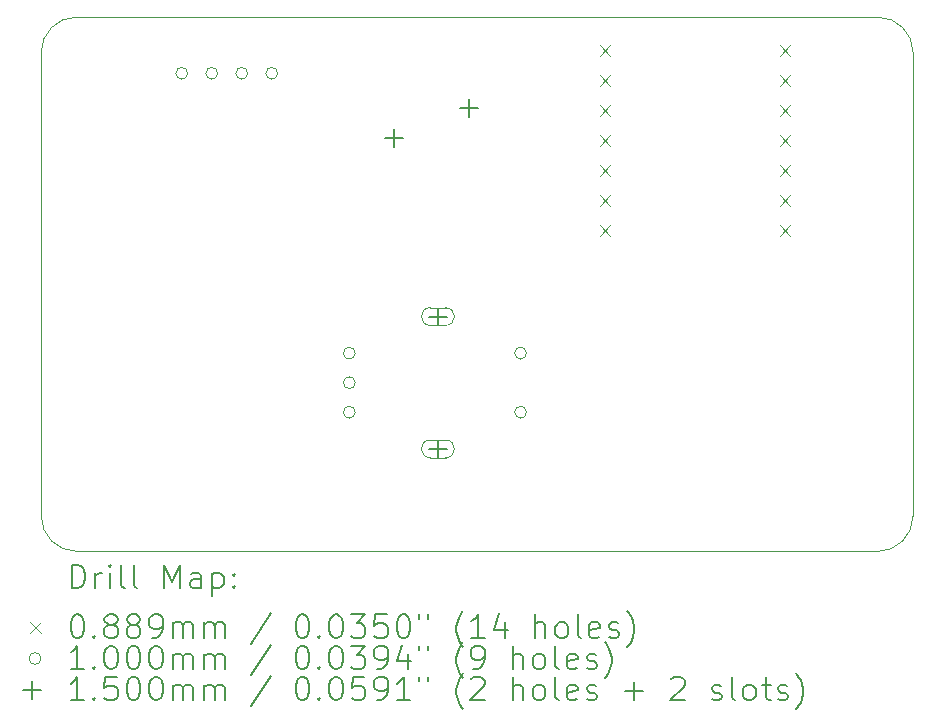
<source format=gbr>
%TF.GenerationSoftware,KiCad,Pcbnew,9.0.2*%
%TF.CreationDate,2025-07-02T04:02:19-04:00*%
%TF.ProjectId,PassPad_KiCAD,50617373-5061-4645-9f4b-694341442e6b,rev?*%
%TF.SameCoordinates,Original*%
%TF.FileFunction,Drillmap*%
%TF.FilePolarity,Positive*%
%FSLAX45Y45*%
G04 Gerber Fmt 4.5, Leading zero omitted, Abs format (unit mm)*
G04 Created by KiCad (PCBNEW 9.0.2) date 2025-07-02 04:02:19*
%MOMM*%
%LPD*%
G01*
G04 APERTURE LIST*
%ADD10C,0.050000*%
%ADD11C,0.200000*%
%ADD12C,0.100000*%
%ADD13C,0.150000*%
G04 APERTURE END LIST*
D10*
X9525000Y-7205625D02*
G75*
G02*
X9825000Y-6905620I300010J-5D01*
G01*
X9825000Y-11430000D02*
G75*
G02*
X9525000Y-11130000I0J300000D01*
G01*
X16906875Y-7205625D02*
X16906875Y-11130000D01*
X16606875Y-11430000D02*
X9825000Y-11430000D01*
X16606875Y-6905625D02*
G75*
G02*
X16906875Y-7205625I-5J-300005D01*
G01*
X9825000Y-6905625D02*
X16606875Y-6905625D01*
X9525000Y-11130000D02*
X9525000Y-7205625D01*
X16906875Y-11130000D02*
G75*
G02*
X16606875Y-11430005I-300005J0D01*
G01*
D11*
D12*
X14252459Y-7144985D02*
X14341359Y-7233885D01*
X14341359Y-7144985D02*
X14252459Y-7233885D01*
X14252459Y-7398985D02*
X14341359Y-7487885D01*
X14341359Y-7398985D02*
X14252459Y-7487885D01*
X14252459Y-7652985D02*
X14341359Y-7741885D01*
X14341359Y-7652985D02*
X14252459Y-7741885D01*
X14252459Y-7906985D02*
X14341359Y-7995885D01*
X14341359Y-7906985D02*
X14252459Y-7995885D01*
X14252459Y-8160985D02*
X14341359Y-8249885D01*
X14341359Y-8160985D02*
X14252459Y-8249885D01*
X14252459Y-8414985D02*
X14341359Y-8503885D01*
X14341359Y-8414985D02*
X14252459Y-8503885D01*
X14252459Y-8668985D02*
X14341359Y-8757885D01*
X14341359Y-8668985D02*
X14252459Y-8757885D01*
X15776459Y-7144985D02*
X15865359Y-7233885D01*
X15865359Y-7144985D02*
X15776459Y-7233885D01*
X15776459Y-7398985D02*
X15865359Y-7487885D01*
X15865359Y-7398985D02*
X15776459Y-7487885D01*
X15776459Y-7652985D02*
X15865359Y-7741885D01*
X15865359Y-7652985D02*
X15776459Y-7741885D01*
X15776459Y-7906985D02*
X15865359Y-7995885D01*
X15865359Y-7906985D02*
X15776459Y-7995885D01*
X15776459Y-8160985D02*
X15865359Y-8249885D01*
X15865359Y-8160985D02*
X15776459Y-8249885D01*
X15776459Y-8414985D02*
X15865359Y-8503885D01*
X15865359Y-8414985D02*
X15776459Y-8503885D01*
X15776459Y-8668985D02*
X15865359Y-8757885D01*
X15865359Y-8668985D02*
X15776459Y-8757885D01*
X10765625Y-7381875D02*
G75*
G02*
X10665625Y-7381875I-50000J0D01*
G01*
X10665625Y-7381875D02*
G75*
G02*
X10765625Y-7381875I50000J0D01*
G01*
X11019625Y-7381875D02*
G75*
G02*
X10919625Y-7381875I-50000J0D01*
G01*
X10919625Y-7381875D02*
G75*
G02*
X11019625Y-7381875I50000J0D01*
G01*
X11273625Y-7381875D02*
G75*
G02*
X11173625Y-7381875I-50000J0D01*
G01*
X11173625Y-7381875D02*
G75*
G02*
X11273625Y-7381875I50000J0D01*
G01*
X11527625Y-7381875D02*
G75*
G02*
X11427625Y-7381875I-50000J0D01*
G01*
X11427625Y-7381875D02*
G75*
G02*
X11527625Y-7381875I50000J0D01*
G01*
X12183750Y-9751250D02*
G75*
G02*
X12083750Y-9751250I-50000J0D01*
G01*
X12083750Y-9751250D02*
G75*
G02*
X12183750Y-9751250I50000J0D01*
G01*
X12183750Y-10001250D02*
G75*
G02*
X12083750Y-10001250I-50000J0D01*
G01*
X12083750Y-10001250D02*
G75*
G02*
X12183750Y-10001250I50000J0D01*
G01*
X12183750Y-10251250D02*
G75*
G02*
X12083750Y-10251250I-50000J0D01*
G01*
X12083750Y-10251250D02*
G75*
G02*
X12183750Y-10251250I50000J0D01*
G01*
X13633750Y-9751250D02*
G75*
G02*
X13533750Y-9751250I-50000J0D01*
G01*
X13533750Y-9751250D02*
G75*
G02*
X13633750Y-9751250I50000J0D01*
G01*
X13633750Y-10251250D02*
G75*
G02*
X13533750Y-10251250I-50000J0D01*
G01*
X13533750Y-10251250D02*
G75*
G02*
X13633750Y-10251250I50000J0D01*
G01*
D13*
X12509345Y-7853103D02*
X12509345Y-8003103D01*
X12434345Y-7928103D02*
X12584345Y-7928103D01*
X12883750Y-9366250D02*
X12883750Y-9516250D01*
X12808750Y-9441250D02*
X12958750Y-9441250D01*
D12*
X12818750Y-9516250D02*
X12948750Y-9516250D01*
X12948750Y-9366250D02*
G75*
G02*
X12948750Y-9516250I0J-75000D01*
G01*
X12948750Y-9366250D02*
X12818750Y-9366250D01*
X12818750Y-9366250D02*
G75*
G03*
X12818750Y-9516250I0J-75000D01*
G01*
D13*
X12883750Y-10486250D02*
X12883750Y-10636250D01*
X12808750Y-10561250D02*
X12958750Y-10561250D01*
D12*
X12818750Y-10636250D02*
X12948750Y-10636250D01*
X12948750Y-10486250D02*
G75*
G02*
X12948750Y-10636250I0J-75000D01*
G01*
X12948750Y-10486250D02*
X12818750Y-10486250D01*
X12818750Y-10486250D02*
G75*
G03*
X12818750Y-10636250I0J-75000D01*
G01*
D13*
X13144345Y-7599103D02*
X13144345Y-7749103D01*
X13069345Y-7674103D02*
X13219345Y-7674103D01*
D11*
X9783277Y-11743984D02*
X9783277Y-11543984D01*
X9783277Y-11543984D02*
X9830896Y-11543984D01*
X9830896Y-11543984D02*
X9859467Y-11553508D01*
X9859467Y-11553508D02*
X9878515Y-11572555D01*
X9878515Y-11572555D02*
X9888039Y-11591603D01*
X9888039Y-11591603D02*
X9897563Y-11629698D01*
X9897563Y-11629698D02*
X9897563Y-11658269D01*
X9897563Y-11658269D02*
X9888039Y-11696365D01*
X9888039Y-11696365D02*
X9878515Y-11715412D01*
X9878515Y-11715412D02*
X9859467Y-11734460D01*
X9859467Y-11734460D02*
X9830896Y-11743984D01*
X9830896Y-11743984D02*
X9783277Y-11743984D01*
X9983277Y-11743984D02*
X9983277Y-11610650D01*
X9983277Y-11648746D02*
X9992801Y-11629698D01*
X9992801Y-11629698D02*
X10002324Y-11620174D01*
X10002324Y-11620174D02*
X10021372Y-11610650D01*
X10021372Y-11610650D02*
X10040420Y-11610650D01*
X10107086Y-11743984D02*
X10107086Y-11610650D01*
X10107086Y-11543984D02*
X10097563Y-11553508D01*
X10097563Y-11553508D02*
X10107086Y-11563031D01*
X10107086Y-11563031D02*
X10116610Y-11553508D01*
X10116610Y-11553508D02*
X10107086Y-11543984D01*
X10107086Y-11543984D02*
X10107086Y-11563031D01*
X10230896Y-11743984D02*
X10211848Y-11734460D01*
X10211848Y-11734460D02*
X10202324Y-11715412D01*
X10202324Y-11715412D02*
X10202324Y-11543984D01*
X10335658Y-11743984D02*
X10316610Y-11734460D01*
X10316610Y-11734460D02*
X10307086Y-11715412D01*
X10307086Y-11715412D02*
X10307086Y-11543984D01*
X10564229Y-11743984D02*
X10564229Y-11543984D01*
X10564229Y-11543984D02*
X10630896Y-11686841D01*
X10630896Y-11686841D02*
X10697563Y-11543984D01*
X10697563Y-11543984D02*
X10697563Y-11743984D01*
X10878515Y-11743984D02*
X10878515Y-11639222D01*
X10878515Y-11639222D02*
X10868991Y-11620174D01*
X10868991Y-11620174D02*
X10849944Y-11610650D01*
X10849944Y-11610650D02*
X10811848Y-11610650D01*
X10811848Y-11610650D02*
X10792801Y-11620174D01*
X10878515Y-11734460D02*
X10859467Y-11743984D01*
X10859467Y-11743984D02*
X10811848Y-11743984D01*
X10811848Y-11743984D02*
X10792801Y-11734460D01*
X10792801Y-11734460D02*
X10783277Y-11715412D01*
X10783277Y-11715412D02*
X10783277Y-11696365D01*
X10783277Y-11696365D02*
X10792801Y-11677317D01*
X10792801Y-11677317D02*
X10811848Y-11667793D01*
X10811848Y-11667793D02*
X10859467Y-11667793D01*
X10859467Y-11667793D02*
X10878515Y-11658269D01*
X10973753Y-11610650D02*
X10973753Y-11810650D01*
X10973753Y-11620174D02*
X10992801Y-11610650D01*
X10992801Y-11610650D02*
X11030896Y-11610650D01*
X11030896Y-11610650D02*
X11049944Y-11620174D01*
X11049944Y-11620174D02*
X11059467Y-11629698D01*
X11059467Y-11629698D02*
X11068991Y-11648746D01*
X11068991Y-11648746D02*
X11068991Y-11705888D01*
X11068991Y-11705888D02*
X11059467Y-11724936D01*
X11059467Y-11724936D02*
X11049944Y-11734460D01*
X11049944Y-11734460D02*
X11030896Y-11743984D01*
X11030896Y-11743984D02*
X10992801Y-11743984D01*
X10992801Y-11743984D02*
X10973753Y-11734460D01*
X11154705Y-11724936D02*
X11164229Y-11734460D01*
X11164229Y-11734460D02*
X11154705Y-11743984D01*
X11154705Y-11743984D02*
X11145182Y-11734460D01*
X11145182Y-11734460D02*
X11154705Y-11724936D01*
X11154705Y-11724936D02*
X11154705Y-11743984D01*
X11154705Y-11620174D02*
X11164229Y-11629698D01*
X11164229Y-11629698D02*
X11154705Y-11639222D01*
X11154705Y-11639222D02*
X11145182Y-11629698D01*
X11145182Y-11629698D02*
X11154705Y-11620174D01*
X11154705Y-11620174D02*
X11154705Y-11639222D01*
D12*
X9433600Y-12028050D02*
X9522500Y-12116950D01*
X9522500Y-12028050D02*
X9433600Y-12116950D01*
D11*
X9821372Y-11963984D02*
X9840420Y-11963984D01*
X9840420Y-11963984D02*
X9859467Y-11973508D01*
X9859467Y-11973508D02*
X9868991Y-11983031D01*
X9868991Y-11983031D02*
X9878515Y-12002079D01*
X9878515Y-12002079D02*
X9888039Y-12040174D01*
X9888039Y-12040174D02*
X9888039Y-12087793D01*
X9888039Y-12087793D02*
X9878515Y-12125888D01*
X9878515Y-12125888D02*
X9868991Y-12144936D01*
X9868991Y-12144936D02*
X9859467Y-12154460D01*
X9859467Y-12154460D02*
X9840420Y-12163984D01*
X9840420Y-12163984D02*
X9821372Y-12163984D01*
X9821372Y-12163984D02*
X9802324Y-12154460D01*
X9802324Y-12154460D02*
X9792801Y-12144936D01*
X9792801Y-12144936D02*
X9783277Y-12125888D01*
X9783277Y-12125888D02*
X9773753Y-12087793D01*
X9773753Y-12087793D02*
X9773753Y-12040174D01*
X9773753Y-12040174D02*
X9783277Y-12002079D01*
X9783277Y-12002079D02*
X9792801Y-11983031D01*
X9792801Y-11983031D02*
X9802324Y-11973508D01*
X9802324Y-11973508D02*
X9821372Y-11963984D01*
X9973753Y-12144936D02*
X9983277Y-12154460D01*
X9983277Y-12154460D02*
X9973753Y-12163984D01*
X9973753Y-12163984D02*
X9964229Y-12154460D01*
X9964229Y-12154460D02*
X9973753Y-12144936D01*
X9973753Y-12144936D02*
X9973753Y-12163984D01*
X10097563Y-12049698D02*
X10078515Y-12040174D01*
X10078515Y-12040174D02*
X10068991Y-12030650D01*
X10068991Y-12030650D02*
X10059467Y-12011603D01*
X10059467Y-12011603D02*
X10059467Y-12002079D01*
X10059467Y-12002079D02*
X10068991Y-11983031D01*
X10068991Y-11983031D02*
X10078515Y-11973508D01*
X10078515Y-11973508D02*
X10097563Y-11963984D01*
X10097563Y-11963984D02*
X10135658Y-11963984D01*
X10135658Y-11963984D02*
X10154705Y-11973508D01*
X10154705Y-11973508D02*
X10164229Y-11983031D01*
X10164229Y-11983031D02*
X10173753Y-12002079D01*
X10173753Y-12002079D02*
X10173753Y-12011603D01*
X10173753Y-12011603D02*
X10164229Y-12030650D01*
X10164229Y-12030650D02*
X10154705Y-12040174D01*
X10154705Y-12040174D02*
X10135658Y-12049698D01*
X10135658Y-12049698D02*
X10097563Y-12049698D01*
X10097563Y-12049698D02*
X10078515Y-12059222D01*
X10078515Y-12059222D02*
X10068991Y-12068746D01*
X10068991Y-12068746D02*
X10059467Y-12087793D01*
X10059467Y-12087793D02*
X10059467Y-12125888D01*
X10059467Y-12125888D02*
X10068991Y-12144936D01*
X10068991Y-12144936D02*
X10078515Y-12154460D01*
X10078515Y-12154460D02*
X10097563Y-12163984D01*
X10097563Y-12163984D02*
X10135658Y-12163984D01*
X10135658Y-12163984D02*
X10154705Y-12154460D01*
X10154705Y-12154460D02*
X10164229Y-12144936D01*
X10164229Y-12144936D02*
X10173753Y-12125888D01*
X10173753Y-12125888D02*
X10173753Y-12087793D01*
X10173753Y-12087793D02*
X10164229Y-12068746D01*
X10164229Y-12068746D02*
X10154705Y-12059222D01*
X10154705Y-12059222D02*
X10135658Y-12049698D01*
X10288039Y-12049698D02*
X10268991Y-12040174D01*
X10268991Y-12040174D02*
X10259467Y-12030650D01*
X10259467Y-12030650D02*
X10249944Y-12011603D01*
X10249944Y-12011603D02*
X10249944Y-12002079D01*
X10249944Y-12002079D02*
X10259467Y-11983031D01*
X10259467Y-11983031D02*
X10268991Y-11973508D01*
X10268991Y-11973508D02*
X10288039Y-11963984D01*
X10288039Y-11963984D02*
X10326134Y-11963984D01*
X10326134Y-11963984D02*
X10345182Y-11973508D01*
X10345182Y-11973508D02*
X10354705Y-11983031D01*
X10354705Y-11983031D02*
X10364229Y-12002079D01*
X10364229Y-12002079D02*
X10364229Y-12011603D01*
X10364229Y-12011603D02*
X10354705Y-12030650D01*
X10354705Y-12030650D02*
X10345182Y-12040174D01*
X10345182Y-12040174D02*
X10326134Y-12049698D01*
X10326134Y-12049698D02*
X10288039Y-12049698D01*
X10288039Y-12049698D02*
X10268991Y-12059222D01*
X10268991Y-12059222D02*
X10259467Y-12068746D01*
X10259467Y-12068746D02*
X10249944Y-12087793D01*
X10249944Y-12087793D02*
X10249944Y-12125888D01*
X10249944Y-12125888D02*
X10259467Y-12144936D01*
X10259467Y-12144936D02*
X10268991Y-12154460D01*
X10268991Y-12154460D02*
X10288039Y-12163984D01*
X10288039Y-12163984D02*
X10326134Y-12163984D01*
X10326134Y-12163984D02*
X10345182Y-12154460D01*
X10345182Y-12154460D02*
X10354705Y-12144936D01*
X10354705Y-12144936D02*
X10364229Y-12125888D01*
X10364229Y-12125888D02*
X10364229Y-12087793D01*
X10364229Y-12087793D02*
X10354705Y-12068746D01*
X10354705Y-12068746D02*
X10345182Y-12059222D01*
X10345182Y-12059222D02*
X10326134Y-12049698D01*
X10459467Y-12163984D02*
X10497563Y-12163984D01*
X10497563Y-12163984D02*
X10516610Y-12154460D01*
X10516610Y-12154460D02*
X10526134Y-12144936D01*
X10526134Y-12144936D02*
X10545182Y-12116365D01*
X10545182Y-12116365D02*
X10554705Y-12078269D01*
X10554705Y-12078269D02*
X10554705Y-12002079D01*
X10554705Y-12002079D02*
X10545182Y-11983031D01*
X10545182Y-11983031D02*
X10535658Y-11973508D01*
X10535658Y-11973508D02*
X10516610Y-11963984D01*
X10516610Y-11963984D02*
X10478515Y-11963984D01*
X10478515Y-11963984D02*
X10459467Y-11973508D01*
X10459467Y-11973508D02*
X10449944Y-11983031D01*
X10449944Y-11983031D02*
X10440420Y-12002079D01*
X10440420Y-12002079D02*
X10440420Y-12049698D01*
X10440420Y-12049698D02*
X10449944Y-12068746D01*
X10449944Y-12068746D02*
X10459467Y-12078269D01*
X10459467Y-12078269D02*
X10478515Y-12087793D01*
X10478515Y-12087793D02*
X10516610Y-12087793D01*
X10516610Y-12087793D02*
X10535658Y-12078269D01*
X10535658Y-12078269D02*
X10545182Y-12068746D01*
X10545182Y-12068746D02*
X10554705Y-12049698D01*
X10640420Y-12163984D02*
X10640420Y-12030650D01*
X10640420Y-12049698D02*
X10649944Y-12040174D01*
X10649944Y-12040174D02*
X10668991Y-12030650D01*
X10668991Y-12030650D02*
X10697563Y-12030650D01*
X10697563Y-12030650D02*
X10716610Y-12040174D01*
X10716610Y-12040174D02*
X10726134Y-12059222D01*
X10726134Y-12059222D02*
X10726134Y-12163984D01*
X10726134Y-12059222D02*
X10735658Y-12040174D01*
X10735658Y-12040174D02*
X10754705Y-12030650D01*
X10754705Y-12030650D02*
X10783277Y-12030650D01*
X10783277Y-12030650D02*
X10802325Y-12040174D01*
X10802325Y-12040174D02*
X10811848Y-12059222D01*
X10811848Y-12059222D02*
X10811848Y-12163984D01*
X10907086Y-12163984D02*
X10907086Y-12030650D01*
X10907086Y-12049698D02*
X10916610Y-12040174D01*
X10916610Y-12040174D02*
X10935658Y-12030650D01*
X10935658Y-12030650D02*
X10964229Y-12030650D01*
X10964229Y-12030650D02*
X10983277Y-12040174D01*
X10983277Y-12040174D02*
X10992801Y-12059222D01*
X10992801Y-12059222D02*
X10992801Y-12163984D01*
X10992801Y-12059222D02*
X11002325Y-12040174D01*
X11002325Y-12040174D02*
X11021372Y-12030650D01*
X11021372Y-12030650D02*
X11049944Y-12030650D01*
X11049944Y-12030650D02*
X11068991Y-12040174D01*
X11068991Y-12040174D02*
X11078515Y-12059222D01*
X11078515Y-12059222D02*
X11078515Y-12163984D01*
X11468991Y-11954460D02*
X11297563Y-12211603D01*
X11726134Y-11963984D02*
X11745182Y-11963984D01*
X11745182Y-11963984D02*
X11764229Y-11973508D01*
X11764229Y-11973508D02*
X11773753Y-11983031D01*
X11773753Y-11983031D02*
X11783277Y-12002079D01*
X11783277Y-12002079D02*
X11792801Y-12040174D01*
X11792801Y-12040174D02*
X11792801Y-12087793D01*
X11792801Y-12087793D02*
X11783277Y-12125888D01*
X11783277Y-12125888D02*
X11773753Y-12144936D01*
X11773753Y-12144936D02*
X11764229Y-12154460D01*
X11764229Y-12154460D02*
X11745182Y-12163984D01*
X11745182Y-12163984D02*
X11726134Y-12163984D01*
X11726134Y-12163984D02*
X11707086Y-12154460D01*
X11707086Y-12154460D02*
X11697563Y-12144936D01*
X11697563Y-12144936D02*
X11688039Y-12125888D01*
X11688039Y-12125888D02*
X11678515Y-12087793D01*
X11678515Y-12087793D02*
X11678515Y-12040174D01*
X11678515Y-12040174D02*
X11688039Y-12002079D01*
X11688039Y-12002079D02*
X11697563Y-11983031D01*
X11697563Y-11983031D02*
X11707086Y-11973508D01*
X11707086Y-11973508D02*
X11726134Y-11963984D01*
X11878515Y-12144936D02*
X11888039Y-12154460D01*
X11888039Y-12154460D02*
X11878515Y-12163984D01*
X11878515Y-12163984D02*
X11868991Y-12154460D01*
X11868991Y-12154460D02*
X11878515Y-12144936D01*
X11878515Y-12144936D02*
X11878515Y-12163984D01*
X12011848Y-11963984D02*
X12030896Y-11963984D01*
X12030896Y-11963984D02*
X12049944Y-11973508D01*
X12049944Y-11973508D02*
X12059467Y-11983031D01*
X12059467Y-11983031D02*
X12068991Y-12002079D01*
X12068991Y-12002079D02*
X12078515Y-12040174D01*
X12078515Y-12040174D02*
X12078515Y-12087793D01*
X12078515Y-12087793D02*
X12068991Y-12125888D01*
X12068991Y-12125888D02*
X12059467Y-12144936D01*
X12059467Y-12144936D02*
X12049944Y-12154460D01*
X12049944Y-12154460D02*
X12030896Y-12163984D01*
X12030896Y-12163984D02*
X12011848Y-12163984D01*
X12011848Y-12163984D02*
X11992801Y-12154460D01*
X11992801Y-12154460D02*
X11983277Y-12144936D01*
X11983277Y-12144936D02*
X11973753Y-12125888D01*
X11973753Y-12125888D02*
X11964229Y-12087793D01*
X11964229Y-12087793D02*
X11964229Y-12040174D01*
X11964229Y-12040174D02*
X11973753Y-12002079D01*
X11973753Y-12002079D02*
X11983277Y-11983031D01*
X11983277Y-11983031D02*
X11992801Y-11973508D01*
X11992801Y-11973508D02*
X12011848Y-11963984D01*
X12145182Y-11963984D02*
X12268991Y-11963984D01*
X12268991Y-11963984D02*
X12202325Y-12040174D01*
X12202325Y-12040174D02*
X12230896Y-12040174D01*
X12230896Y-12040174D02*
X12249944Y-12049698D01*
X12249944Y-12049698D02*
X12259467Y-12059222D01*
X12259467Y-12059222D02*
X12268991Y-12078269D01*
X12268991Y-12078269D02*
X12268991Y-12125888D01*
X12268991Y-12125888D02*
X12259467Y-12144936D01*
X12259467Y-12144936D02*
X12249944Y-12154460D01*
X12249944Y-12154460D02*
X12230896Y-12163984D01*
X12230896Y-12163984D02*
X12173753Y-12163984D01*
X12173753Y-12163984D02*
X12154706Y-12154460D01*
X12154706Y-12154460D02*
X12145182Y-12144936D01*
X12449944Y-11963984D02*
X12354706Y-11963984D01*
X12354706Y-11963984D02*
X12345182Y-12059222D01*
X12345182Y-12059222D02*
X12354706Y-12049698D01*
X12354706Y-12049698D02*
X12373753Y-12040174D01*
X12373753Y-12040174D02*
X12421372Y-12040174D01*
X12421372Y-12040174D02*
X12440420Y-12049698D01*
X12440420Y-12049698D02*
X12449944Y-12059222D01*
X12449944Y-12059222D02*
X12459467Y-12078269D01*
X12459467Y-12078269D02*
X12459467Y-12125888D01*
X12459467Y-12125888D02*
X12449944Y-12144936D01*
X12449944Y-12144936D02*
X12440420Y-12154460D01*
X12440420Y-12154460D02*
X12421372Y-12163984D01*
X12421372Y-12163984D02*
X12373753Y-12163984D01*
X12373753Y-12163984D02*
X12354706Y-12154460D01*
X12354706Y-12154460D02*
X12345182Y-12144936D01*
X12583277Y-11963984D02*
X12602325Y-11963984D01*
X12602325Y-11963984D02*
X12621372Y-11973508D01*
X12621372Y-11973508D02*
X12630896Y-11983031D01*
X12630896Y-11983031D02*
X12640420Y-12002079D01*
X12640420Y-12002079D02*
X12649944Y-12040174D01*
X12649944Y-12040174D02*
X12649944Y-12087793D01*
X12649944Y-12087793D02*
X12640420Y-12125888D01*
X12640420Y-12125888D02*
X12630896Y-12144936D01*
X12630896Y-12144936D02*
X12621372Y-12154460D01*
X12621372Y-12154460D02*
X12602325Y-12163984D01*
X12602325Y-12163984D02*
X12583277Y-12163984D01*
X12583277Y-12163984D02*
X12564229Y-12154460D01*
X12564229Y-12154460D02*
X12554706Y-12144936D01*
X12554706Y-12144936D02*
X12545182Y-12125888D01*
X12545182Y-12125888D02*
X12535658Y-12087793D01*
X12535658Y-12087793D02*
X12535658Y-12040174D01*
X12535658Y-12040174D02*
X12545182Y-12002079D01*
X12545182Y-12002079D02*
X12554706Y-11983031D01*
X12554706Y-11983031D02*
X12564229Y-11973508D01*
X12564229Y-11973508D02*
X12583277Y-11963984D01*
X12726134Y-11963984D02*
X12726134Y-12002079D01*
X12802325Y-11963984D02*
X12802325Y-12002079D01*
X13097563Y-12240174D02*
X13088039Y-12230650D01*
X13088039Y-12230650D02*
X13068991Y-12202079D01*
X13068991Y-12202079D02*
X13059468Y-12183031D01*
X13059468Y-12183031D02*
X13049944Y-12154460D01*
X13049944Y-12154460D02*
X13040420Y-12106841D01*
X13040420Y-12106841D02*
X13040420Y-12068746D01*
X13040420Y-12068746D02*
X13049944Y-12021127D01*
X13049944Y-12021127D02*
X13059468Y-11992555D01*
X13059468Y-11992555D02*
X13068991Y-11973508D01*
X13068991Y-11973508D02*
X13088039Y-11944936D01*
X13088039Y-11944936D02*
X13097563Y-11935412D01*
X13278515Y-12163984D02*
X13164229Y-12163984D01*
X13221372Y-12163984D02*
X13221372Y-11963984D01*
X13221372Y-11963984D02*
X13202325Y-11992555D01*
X13202325Y-11992555D02*
X13183277Y-12011603D01*
X13183277Y-12011603D02*
X13164229Y-12021127D01*
X13449944Y-12030650D02*
X13449944Y-12163984D01*
X13402325Y-11954460D02*
X13354706Y-12097317D01*
X13354706Y-12097317D02*
X13478515Y-12097317D01*
X13707087Y-12163984D02*
X13707087Y-11963984D01*
X13792801Y-12163984D02*
X13792801Y-12059222D01*
X13792801Y-12059222D02*
X13783277Y-12040174D01*
X13783277Y-12040174D02*
X13764230Y-12030650D01*
X13764230Y-12030650D02*
X13735658Y-12030650D01*
X13735658Y-12030650D02*
X13716610Y-12040174D01*
X13716610Y-12040174D02*
X13707087Y-12049698D01*
X13916610Y-12163984D02*
X13897563Y-12154460D01*
X13897563Y-12154460D02*
X13888039Y-12144936D01*
X13888039Y-12144936D02*
X13878515Y-12125888D01*
X13878515Y-12125888D02*
X13878515Y-12068746D01*
X13878515Y-12068746D02*
X13888039Y-12049698D01*
X13888039Y-12049698D02*
X13897563Y-12040174D01*
X13897563Y-12040174D02*
X13916610Y-12030650D01*
X13916610Y-12030650D02*
X13945182Y-12030650D01*
X13945182Y-12030650D02*
X13964230Y-12040174D01*
X13964230Y-12040174D02*
X13973753Y-12049698D01*
X13973753Y-12049698D02*
X13983277Y-12068746D01*
X13983277Y-12068746D02*
X13983277Y-12125888D01*
X13983277Y-12125888D02*
X13973753Y-12144936D01*
X13973753Y-12144936D02*
X13964230Y-12154460D01*
X13964230Y-12154460D02*
X13945182Y-12163984D01*
X13945182Y-12163984D02*
X13916610Y-12163984D01*
X14097563Y-12163984D02*
X14078515Y-12154460D01*
X14078515Y-12154460D02*
X14068991Y-12135412D01*
X14068991Y-12135412D02*
X14068991Y-11963984D01*
X14249944Y-12154460D02*
X14230896Y-12163984D01*
X14230896Y-12163984D02*
X14192801Y-12163984D01*
X14192801Y-12163984D02*
X14173753Y-12154460D01*
X14173753Y-12154460D02*
X14164230Y-12135412D01*
X14164230Y-12135412D02*
X14164230Y-12059222D01*
X14164230Y-12059222D02*
X14173753Y-12040174D01*
X14173753Y-12040174D02*
X14192801Y-12030650D01*
X14192801Y-12030650D02*
X14230896Y-12030650D01*
X14230896Y-12030650D02*
X14249944Y-12040174D01*
X14249944Y-12040174D02*
X14259468Y-12059222D01*
X14259468Y-12059222D02*
X14259468Y-12078269D01*
X14259468Y-12078269D02*
X14164230Y-12097317D01*
X14335658Y-12154460D02*
X14354706Y-12163984D01*
X14354706Y-12163984D02*
X14392801Y-12163984D01*
X14392801Y-12163984D02*
X14411849Y-12154460D01*
X14411849Y-12154460D02*
X14421372Y-12135412D01*
X14421372Y-12135412D02*
X14421372Y-12125888D01*
X14421372Y-12125888D02*
X14411849Y-12106841D01*
X14411849Y-12106841D02*
X14392801Y-12097317D01*
X14392801Y-12097317D02*
X14364230Y-12097317D01*
X14364230Y-12097317D02*
X14345182Y-12087793D01*
X14345182Y-12087793D02*
X14335658Y-12068746D01*
X14335658Y-12068746D02*
X14335658Y-12059222D01*
X14335658Y-12059222D02*
X14345182Y-12040174D01*
X14345182Y-12040174D02*
X14364230Y-12030650D01*
X14364230Y-12030650D02*
X14392801Y-12030650D01*
X14392801Y-12030650D02*
X14411849Y-12040174D01*
X14488039Y-12240174D02*
X14497563Y-12230650D01*
X14497563Y-12230650D02*
X14516611Y-12202079D01*
X14516611Y-12202079D02*
X14526134Y-12183031D01*
X14526134Y-12183031D02*
X14535658Y-12154460D01*
X14535658Y-12154460D02*
X14545182Y-12106841D01*
X14545182Y-12106841D02*
X14545182Y-12068746D01*
X14545182Y-12068746D02*
X14535658Y-12021127D01*
X14535658Y-12021127D02*
X14526134Y-11992555D01*
X14526134Y-11992555D02*
X14516611Y-11973508D01*
X14516611Y-11973508D02*
X14497563Y-11944936D01*
X14497563Y-11944936D02*
X14488039Y-11935412D01*
D12*
X9522500Y-12336500D02*
G75*
G02*
X9422500Y-12336500I-50000J0D01*
G01*
X9422500Y-12336500D02*
G75*
G02*
X9522500Y-12336500I50000J0D01*
G01*
D11*
X9888039Y-12427984D02*
X9773753Y-12427984D01*
X9830896Y-12427984D02*
X9830896Y-12227984D01*
X9830896Y-12227984D02*
X9811848Y-12256555D01*
X9811848Y-12256555D02*
X9792801Y-12275603D01*
X9792801Y-12275603D02*
X9773753Y-12285127D01*
X9973753Y-12408936D02*
X9983277Y-12418460D01*
X9983277Y-12418460D02*
X9973753Y-12427984D01*
X9973753Y-12427984D02*
X9964229Y-12418460D01*
X9964229Y-12418460D02*
X9973753Y-12408936D01*
X9973753Y-12408936D02*
X9973753Y-12427984D01*
X10107086Y-12227984D02*
X10126134Y-12227984D01*
X10126134Y-12227984D02*
X10145182Y-12237508D01*
X10145182Y-12237508D02*
X10154705Y-12247031D01*
X10154705Y-12247031D02*
X10164229Y-12266079D01*
X10164229Y-12266079D02*
X10173753Y-12304174D01*
X10173753Y-12304174D02*
X10173753Y-12351793D01*
X10173753Y-12351793D02*
X10164229Y-12389888D01*
X10164229Y-12389888D02*
X10154705Y-12408936D01*
X10154705Y-12408936D02*
X10145182Y-12418460D01*
X10145182Y-12418460D02*
X10126134Y-12427984D01*
X10126134Y-12427984D02*
X10107086Y-12427984D01*
X10107086Y-12427984D02*
X10088039Y-12418460D01*
X10088039Y-12418460D02*
X10078515Y-12408936D01*
X10078515Y-12408936D02*
X10068991Y-12389888D01*
X10068991Y-12389888D02*
X10059467Y-12351793D01*
X10059467Y-12351793D02*
X10059467Y-12304174D01*
X10059467Y-12304174D02*
X10068991Y-12266079D01*
X10068991Y-12266079D02*
X10078515Y-12247031D01*
X10078515Y-12247031D02*
X10088039Y-12237508D01*
X10088039Y-12237508D02*
X10107086Y-12227984D01*
X10297563Y-12227984D02*
X10316610Y-12227984D01*
X10316610Y-12227984D02*
X10335658Y-12237508D01*
X10335658Y-12237508D02*
X10345182Y-12247031D01*
X10345182Y-12247031D02*
X10354705Y-12266079D01*
X10354705Y-12266079D02*
X10364229Y-12304174D01*
X10364229Y-12304174D02*
X10364229Y-12351793D01*
X10364229Y-12351793D02*
X10354705Y-12389888D01*
X10354705Y-12389888D02*
X10345182Y-12408936D01*
X10345182Y-12408936D02*
X10335658Y-12418460D01*
X10335658Y-12418460D02*
X10316610Y-12427984D01*
X10316610Y-12427984D02*
X10297563Y-12427984D01*
X10297563Y-12427984D02*
X10278515Y-12418460D01*
X10278515Y-12418460D02*
X10268991Y-12408936D01*
X10268991Y-12408936D02*
X10259467Y-12389888D01*
X10259467Y-12389888D02*
X10249944Y-12351793D01*
X10249944Y-12351793D02*
X10249944Y-12304174D01*
X10249944Y-12304174D02*
X10259467Y-12266079D01*
X10259467Y-12266079D02*
X10268991Y-12247031D01*
X10268991Y-12247031D02*
X10278515Y-12237508D01*
X10278515Y-12237508D02*
X10297563Y-12227984D01*
X10488039Y-12227984D02*
X10507086Y-12227984D01*
X10507086Y-12227984D02*
X10526134Y-12237508D01*
X10526134Y-12237508D02*
X10535658Y-12247031D01*
X10535658Y-12247031D02*
X10545182Y-12266079D01*
X10545182Y-12266079D02*
X10554705Y-12304174D01*
X10554705Y-12304174D02*
X10554705Y-12351793D01*
X10554705Y-12351793D02*
X10545182Y-12389888D01*
X10545182Y-12389888D02*
X10535658Y-12408936D01*
X10535658Y-12408936D02*
X10526134Y-12418460D01*
X10526134Y-12418460D02*
X10507086Y-12427984D01*
X10507086Y-12427984D02*
X10488039Y-12427984D01*
X10488039Y-12427984D02*
X10468991Y-12418460D01*
X10468991Y-12418460D02*
X10459467Y-12408936D01*
X10459467Y-12408936D02*
X10449944Y-12389888D01*
X10449944Y-12389888D02*
X10440420Y-12351793D01*
X10440420Y-12351793D02*
X10440420Y-12304174D01*
X10440420Y-12304174D02*
X10449944Y-12266079D01*
X10449944Y-12266079D02*
X10459467Y-12247031D01*
X10459467Y-12247031D02*
X10468991Y-12237508D01*
X10468991Y-12237508D02*
X10488039Y-12227984D01*
X10640420Y-12427984D02*
X10640420Y-12294650D01*
X10640420Y-12313698D02*
X10649944Y-12304174D01*
X10649944Y-12304174D02*
X10668991Y-12294650D01*
X10668991Y-12294650D02*
X10697563Y-12294650D01*
X10697563Y-12294650D02*
X10716610Y-12304174D01*
X10716610Y-12304174D02*
X10726134Y-12323222D01*
X10726134Y-12323222D02*
X10726134Y-12427984D01*
X10726134Y-12323222D02*
X10735658Y-12304174D01*
X10735658Y-12304174D02*
X10754705Y-12294650D01*
X10754705Y-12294650D02*
X10783277Y-12294650D01*
X10783277Y-12294650D02*
X10802325Y-12304174D01*
X10802325Y-12304174D02*
X10811848Y-12323222D01*
X10811848Y-12323222D02*
X10811848Y-12427984D01*
X10907086Y-12427984D02*
X10907086Y-12294650D01*
X10907086Y-12313698D02*
X10916610Y-12304174D01*
X10916610Y-12304174D02*
X10935658Y-12294650D01*
X10935658Y-12294650D02*
X10964229Y-12294650D01*
X10964229Y-12294650D02*
X10983277Y-12304174D01*
X10983277Y-12304174D02*
X10992801Y-12323222D01*
X10992801Y-12323222D02*
X10992801Y-12427984D01*
X10992801Y-12323222D02*
X11002325Y-12304174D01*
X11002325Y-12304174D02*
X11021372Y-12294650D01*
X11021372Y-12294650D02*
X11049944Y-12294650D01*
X11049944Y-12294650D02*
X11068991Y-12304174D01*
X11068991Y-12304174D02*
X11078515Y-12323222D01*
X11078515Y-12323222D02*
X11078515Y-12427984D01*
X11468991Y-12218460D02*
X11297563Y-12475603D01*
X11726134Y-12227984D02*
X11745182Y-12227984D01*
X11745182Y-12227984D02*
X11764229Y-12237508D01*
X11764229Y-12237508D02*
X11773753Y-12247031D01*
X11773753Y-12247031D02*
X11783277Y-12266079D01*
X11783277Y-12266079D02*
X11792801Y-12304174D01*
X11792801Y-12304174D02*
X11792801Y-12351793D01*
X11792801Y-12351793D02*
X11783277Y-12389888D01*
X11783277Y-12389888D02*
X11773753Y-12408936D01*
X11773753Y-12408936D02*
X11764229Y-12418460D01*
X11764229Y-12418460D02*
X11745182Y-12427984D01*
X11745182Y-12427984D02*
X11726134Y-12427984D01*
X11726134Y-12427984D02*
X11707086Y-12418460D01*
X11707086Y-12418460D02*
X11697563Y-12408936D01*
X11697563Y-12408936D02*
X11688039Y-12389888D01*
X11688039Y-12389888D02*
X11678515Y-12351793D01*
X11678515Y-12351793D02*
X11678515Y-12304174D01*
X11678515Y-12304174D02*
X11688039Y-12266079D01*
X11688039Y-12266079D02*
X11697563Y-12247031D01*
X11697563Y-12247031D02*
X11707086Y-12237508D01*
X11707086Y-12237508D02*
X11726134Y-12227984D01*
X11878515Y-12408936D02*
X11888039Y-12418460D01*
X11888039Y-12418460D02*
X11878515Y-12427984D01*
X11878515Y-12427984D02*
X11868991Y-12418460D01*
X11868991Y-12418460D02*
X11878515Y-12408936D01*
X11878515Y-12408936D02*
X11878515Y-12427984D01*
X12011848Y-12227984D02*
X12030896Y-12227984D01*
X12030896Y-12227984D02*
X12049944Y-12237508D01*
X12049944Y-12237508D02*
X12059467Y-12247031D01*
X12059467Y-12247031D02*
X12068991Y-12266079D01*
X12068991Y-12266079D02*
X12078515Y-12304174D01*
X12078515Y-12304174D02*
X12078515Y-12351793D01*
X12078515Y-12351793D02*
X12068991Y-12389888D01*
X12068991Y-12389888D02*
X12059467Y-12408936D01*
X12059467Y-12408936D02*
X12049944Y-12418460D01*
X12049944Y-12418460D02*
X12030896Y-12427984D01*
X12030896Y-12427984D02*
X12011848Y-12427984D01*
X12011848Y-12427984D02*
X11992801Y-12418460D01*
X11992801Y-12418460D02*
X11983277Y-12408936D01*
X11983277Y-12408936D02*
X11973753Y-12389888D01*
X11973753Y-12389888D02*
X11964229Y-12351793D01*
X11964229Y-12351793D02*
X11964229Y-12304174D01*
X11964229Y-12304174D02*
X11973753Y-12266079D01*
X11973753Y-12266079D02*
X11983277Y-12247031D01*
X11983277Y-12247031D02*
X11992801Y-12237508D01*
X11992801Y-12237508D02*
X12011848Y-12227984D01*
X12145182Y-12227984D02*
X12268991Y-12227984D01*
X12268991Y-12227984D02*
X12202325Y-12304174D01*
X12202325Y-12304174D02*
X12230896Y-12304174D01*
X12230896Y-12304174D02*
X12249944Y-12313698D01*
X12249944Y-12313698D02*
X12259467Y-12323222D01*
X12259467Y-12323222D02*
X12268991Y-12342269D01*
X12268991Y-12342269D02*
X12268991Y-12389888D01*
X12268991Y-12389888D02*
X12259467Y-12408936D01*
X12259467Y-12408936D02*
X12249944Y-12418460D01*
X12249944Y-12418460D02*
X12230896Y-12427984D01*
X12230896Y-12427984D02*
X12173753Y-12427984D01*
X12173753Y-12427984D02*
X12154706Y-12418460D01*
X12154706Y-12418460D02*
X12145182Y-12408936D01*
X12364229Y-12427984D02*
X12402325Y-12427984D01*
X12402325Y-12427984D02*
X12421372Y-12418460D01*
X12421372Y-12418460D02*
X12430896Y-12408936D01*
X12430896Y-12408936D02*
X12449944Y-12380365D01*
X12449944Y-12380365D02*
X12459467Y-12342269D01*
X12459467Y-12342269D02*
X12459467Y-12266079D01*
X12459467Y-12266079D02*
X12449944Y-12247031D01*
X12449944Y-12247031D02*
X12440420Y-12237508D01*
X12440420Y-12237508D02*
X12421372Y-12227984D01*
X12421372Y-12227984D02*
X12383277Y-12227984D01*
X12383277Y-12227984D02*
X12364229Y-12237508D01*
X12364229Y-12237508D02*
X12354706Y-12247031D01*
X12354706Y-12247031D02*
X12345182Y-12266079D01*
X12345182Y-12266079D02*
X12345182Y-12313698D01*
X12345182Y-12313698D02*
X12354706Y-12332746D01*
X12354706Y-12332746D02*
X12364229Y-12342269D01*
X12364229Y-12342269D02*
X12383277Y-12351793D01*
X12383277Y-12351793D02*
X12421372Y-12351793D01*
X12421372Y-12351793D02*
X12440420Y-12342269D01*
X12440420Y-12342269D02*
X12449944Y-12332746D01*
X12449944Y-12332746D02*
X12459467Y-12313698D01*
X12630896Y-12294650D02*
X12630896Y-12427984D01*
X12583277Y-12218460D02*
X12535658Y-12361317D01*
X12535658Y-12361317D02*
X12659467Y-12361317D01*
X12726134Y-12227984D02*
X12726134Y-12266079D01*
X12802325Y-12227984D02*
X12802325Y-12266079D01*
X13097563Y-12504174D02*
X13088039Y-12494650D01*
X13088039Y-12494650D02*
X13068991Y-12466079D01*
X13068991Y-12466079D02*
X13059468Y-12447031D01*
X13059468Y-12447031D02*
X13049944Y-12418460D01*
X13049944Y-12418460D02*
X13040420Y-12370841D01*
X13040420Y-12370841D02*
X13040420Y-12332746D01*
X13040420Y-12332746D02*
X13049944Y-12285127D01*
X13049944Y-12285127D02*
X13059468Y-12256555D01*
X13059468Y-12256555D02*
X13068991Y-12237508D01*
X13068991Y-12237508D02*
X13088039Y-12208936D01*
X13088039Y-12208936D02*
X13097563Y-12199412D01*
X13183277Y-12427984D02*
X13221372Y-12427984D01*
X13221372Y-12427984D02*
X13240420Y-12418460D01*
X13240420Y-12418460D02*
X13249944Y-12408936D01*
X13249944Y-12408936D02*
X13268991Y-12380365D01*
X13268991Y-12380365D02*
X13278515Y-12342269D01*
X13278515Y-12342269D02*
X13278515Y-12266079D01*
X13278515Y-12266079D02*
X13268991Y-12247031D01*
X13268991Y-12247031D02*
X13259468Y-12237508D01*
X13259468Y-12237508D02*
X13240420Y-12227984D01*
X13240420Y-12227984D02*
X13202325Y-12227984D01*
X13202325Y-12227984D02*
X13183277Y-12237508D01*
X13183277Y-12237508D02*
X13173753Y-12247031D01*
X13173753Y-12247031D02*
X13164229Y-12266079D01*
X13164229Y-12266079D02*
X13164229Y-12313698D01*
X13164229Y-12313698D02*
X13173753Y-12332746D01*
X13173753Y-12332746D02*
X13183277Y-12342269D01*
X13183277Y-12342269D02*
X13202325Y-12351793D01*
X13202325Y-12351793D02*
X13240420Y-12351793D01*
X13240420Y-12351793D02*
X13259468Y-12342269D01*
X13259468Y-12342269D02*
X13268991Y-12332746D01*
X13268991Y-12332746D02*
X13278515Y-12313698D01*
X13516610Y-12427984D02*
X13516610Y-12227984D01*
X13602325Y-12427984D02*
X13602325Y-12323222D01*
X13602325Y-12323222D02*
X13592801Y-12304174D01*
X13592801Y-12304174D02*
X13573753Y-12294650D01*
X13573753Y-12294650D02*
X13545182Y-12294650D01*
X13545182Y-12294650D02*
X13526134Y-12304174D01*
X13526134Y-12304174D02*
X13516610Y-12313698D01*
X13726134Y-12427984D02*
X13707087Y-12418460D01*
X13707087Y-12418460D02*
X13697563Y-12408936D01*
X13697563Y-12408936D02*
X13688039Y-12389888D01*
X13688039Y-12389888D02*
X13688039Y-12332746D01*
X13688039Y-12332746D02*
X13697563Y-12313698D01*
X13697563Y-12313698D02*
X13707087Y-12304174D01*
X13707087Y-12304174D02*
X13726134Y-12294650D01*
X13726134Y-12294650D02*
X13754706Y-12294650D01*
X13754706Y-12294650D02*
X13773753Y-12304174D01*
X13773753Y-12304174D02*
X13783277Y-12313698D01*
X13783277Y-12313698D02*
X13792801Y-12332746D01*
X13792801Y-12332746D02*
X13792801Y-12389888D01*
X13792801Y-12389888D02*
X13783277Y-12408936D01*
X13783277Y-12408936D02*
X13773753Y-12418460D01*
X13773753Y-12418460D02*
X13754706Y-12427984D01*
X13754706Y-12427984D02*
X13726134Y-12427984D01*
X13907087Y-12427984D02*
X13888039Y-12418460D01*
X13888039Y-12418460D02*
X13878515Y-12399412D01*
X13878515Y-12399412D02*
X13878515Y-12227984D01*
X14059468Y-12418460D02*
X14040420Y-12427984D01*
X14040420Y-12427984D02*
X14002325Y-12427984D01*
X14002325Y-12427984D02*
X13983277Y-12418460D01*
X13983277Y-12418460D02*
X13973753Y-12399412D01*
X13973753Y-12399412D02*
X13973753Y-12323222D01*
X13973753Y-12323222D02*
X13983277Y-12304174D01*
X13983277Y-12304174D02*
X14002325Y-12294650D01*
X14002325Y-12294650D02*
X14040420Y-12294650D01*
X14040420Y-12294650D02*
X14059468Y-12304174D01*
X14059468Y-12304174D02*
X14068991Y-12323222D01*
X14068991Y-12323222D02*
X14068991Y-12342269D01*
X14068991Y-12342269D02*
X13973753Y-12361317D01*
X14145182Y-12418460D02*
X14164230Y-12427984D01*
X14164230Y-12427984D02*
X14202325Y-12427984D01*
X14202325Y-12427984D02*
X14221372Y-12418460D01*
X14221372Y-12418460D02*
X14230896Y-12399412D01*
X14230896Y-12399412D02*
X14230896Y-12389888D01*
X14230896Y-12389888D02*
X14221372Y-12370841D01*
X14221372Y-12370841D02*
X14202325Y-12361317D01*
X14202325Y-12361317D02*
X14173753Y-12361317D01*
X14173753Y-12361317D02*
X14154706Y-12351793D01*
X14154706Y-12351793D02*
X14145182Y-12332746D01*
X14145182Y-12332746D02*
X14145182Y-12323222D01*
X14145182Y-12323222D02*
X14154706Y-12304174D01*
X14154706Y-12304174D02*
X14173753Y-12294650D01*
X14173753Y-12294650D02*
X14202325Y-12294650D01*
X14202325Y-12294650D02*
X14221372Y-12304174D01*
X14297563Y-12504174D02*
X14307087Y-12494650D01*
X14307087Y-12494650D02*
X14326134Y-12466079D01*
X14326134Y-12466079D02*
X14335658Y-12447031D01*
X14335658Y-12447031D02*
X14345182Y-12418460D01*
X14345182Y-12418460D02*
X14354706Y-12370841D01*
X14354706Y-12370841D02*
X14354706Y-12332746D01*
X14354706Y-12332746D02*
X14345182Y-12285127D01*
X14345182Y-12285127D02*
X14335658Y-12256555D01*
X14335658Y-12256555D02*
X14326134Y-12237508D01*
X14326134Y-12237508D02*
X14307087Y-12208936D01*
X14307087Y-12208936D02*
X14297563Y-12199412D01*
D13*
X9447500Y-12525500D02*
X9447500Y-12675500D01*
X9372500Y-12600500D02*
X9522500Y-12600500D01*
D11*
X9888039Y-12691984D02*
X9773753Y-12691984D01*
X9830896Y-12691984D02*
X9830896Y-12491984D01*
X9830896Y-12491984D02*
X9811848Y-12520555D01*
X9811848Y-12520555D02*
X9792801Y-12539603D01*
X9792801Y-12539603D02*
X9773753Y-12549127D01*
X9973753Y-12672936D02*
X9983277Y-12682460D01*
X9983277Y-12682460D02*
X9973753Y-12691984D01*
X9973753Y-12691984D02*
X9964229Y-12682460D01*
X9964229Y-12682460D02*
X9973753Y-12672936D01*
X9973753Y-12672936D02*
X9973753Y-12691984D01*
X10164229Y-12491984D02*
X10068991Y-12491984D01*
X10068991Y-12491984D02*
X10059467Y-12587222D01*
X10059467Y-12587222D02*
X10068991Y-12577698D01*
X10068991Y-12577698D02*
X10088039Y-12568174D01*
X10088039Y-12568174D02*
X10135658Y-12568174D01*
X10135658Y-12568174D02*
X10154705Y-12577698D01*
X10154705Y-12577698D02*
X10164229Y-12587222D01*
X10164229Y-12587222D02*
X10173753Y-12606269D01*
X10173753Y-12606269D02*
X10173753Y-12653888D01*
X10173753Y-12653888D02*
X10164229Y-12672936D01*
X10164229Y-12672936D02*
X10154705Y-12682460D01*
X10154705Y-12682460D02*
X10135658Y-12691984D01*
X10135658Y-12691984D02*
X10088039Y-12691984D01*
X10088039Y-12691984D02*
X10068991Y-12682460D01*
X10068991Y-12682460D02*
X10059467Y-12672936D01*
X10297563Y-12491984D02*
X10316610Y-12491984D01*
X10316610Y-12491984D02*
X10335658Y-12501508D01*
X10335658Y-12501508D02*
X10345182Y-12511031D01*
X10345182Y-12511031D02*
X10354705Y-12530079D01*
X10354705Y-12530079D02*
X10364229Y-12568174D01*
X10364229Y-12568174D02*
X10364229Y-12615793D01*
X10364229Y-12615793D02*
X10354705Y-12653888D01*
X10354705Y-12653888D02*
X10345182Y-12672936D01*
X10345182Y-12672936D02*
X10335658Y-12682460D01*
X10335658Y-12682460D02*
X10316610Y-12691984D01*
X10316610Y-12691984D02*
X10297563Y-12691984D01*
X10297563Y-12691984D02*
X10278515Y-12682460D01*
X10278515Y-12682460D02*
X10268991Y-12672936D01*
X10268991Y-12672936D02*
X10259467Y-12653888D01*
X10259467Y-12653888D02*
X10249944Y-12615793D01*
X10249944Y-12615793D02*
X10249944Y-12568174D01*
X10249944Y-12568174D02*
X10259467Y-12530079D01*
X10259467Y-12530079D02*
X10268991Y-12511031D01*
X10268991Y-12511031D02*
X10278515Y-12501508D01*
X10278515Y-12501508D02*
X10297563Y-12491984D01*
X10488039Y-12491984D02*
X10507086Y-12491984D01*
X10507086Y-12491984D02*
X10526134Y-12501508D01*
X10526134Y-12501508D02*
X10535658Y-12511031D01*
X10535658Y-12511031D02*
X10545182Y-12530079D01*
X10545182Y-12530079D02*
X10554705Y-12568174D01*
X10554705Y-12568174D02*
X10554705Y-12615793D01*
X10554705Y-12615793D02*
X10545182Y-12653888D01*
X10545182Y-12653888D02*
X10535658Y-12672936D01*
X10535658Y-12672936D02*
X10526134Y-12682460D01*
X10526134Y-12682460D02*
X10507086Y-12691984D01*
X10507086Y-12691984D02*
X10488039Y-12691984D01*
X10488039Y-12691984D02*
X10468991Y-12682460D01*
X10468991Y-12682460D02*
X10459467Y-12672936D01*
X10459467Y-12672936D02*
X10449944Y-12653888D01*
X10449944Y-12653888D02*
X10440420Y-12615793D01*
X10440420Y-12615793D02*
X10440420Y-12568174D01*
X10440420Y-12568174D02*
X10449944Y-12530079D01*
X10449944Y-12530079D02*
X10459467Y-12511031D01*
X10459467Y-12511031D02*
X10468991Y-12501508D01*
X10468991Y-12501508D02*
X10488039Y-12491984D01*
X10640420Y-12691984D02*
X10640420Y-12558650D01*
X10640420Y-12577698D02*
X10649944Y-12568174D01*
X10649944Y-12568174D02*
X10668991Y-12558650D01*
X10668991Y-12558650D02*
X10697563Y-12558650D01*
X10697563Y-12558650D02*
X10716610Y-12568174D01*
X10716610Y-12568174D02*
X10726134Y-12587222D01*
X10726134Y-12587222D02*
X10726134Y-12691984D01*
X10726134Y-12587222D02*
X10735658Y-12568174D01*
X10735658Y-12568174D02*
X10754705Y-12558650D01*
X10754705Y-12558650D02*
X10783277Y-12558650D01*
X10783277Y-12558650D02*
X10802325Y-12568174D01*
X10802325Y-12568174D02*
X10811848Y-12587222D01*
X10811848Y-12587222D02*
X10811848Y-12691984D01*
X10907086Y-12691984D02*
X10907086Y-12558650D01*
X10907086Y-12577698D02*
X10916610Y-12568174D01*
X10916610Y-12568174D02*
X10935658Y-12558650D01*
X10935658Y-12558650D02*
X10964229Y-12558650D01*
X10964229Y-12558650D02*
X10983277Y-12568174D01*
X10983277Y-12568174D02*
X10992801Y-12587222D01*
X10992801Y-12587222D02*
X10992801Y-12691984D01*
X10992801Y-12587222D02*
X11002325Y-12568174D01*
X11002325Y-12568174D02*
X11021372Y-12558650D01*
X11021372Y-12558650D02*
X11049944Y-12558650D01*
X11049944Y-12558650D02*
X11068991Y-12568174D01*
X11068991Y-12568174D02*
X11078515Y-12587222D01*
X11078515Y-12587222D02*
X11078515Y-12691984D01*
X11468991Y-12482460D02*
X11297563Y-12739603D01*
X11726134Y-12491984D02*
X11745182Y-12491984D01*
X11745182Y-12491984D02*
X11764229Y-12501508D01*
X11764229Y-12501508D02*
X11773753Y-12511031D01*
X11773753Y-12511031D02*
X11783277Y-12530079D01*
X11783277Y-12530079D02*
X11792801Y-12568174D01*
X11792801Y-12568174D02*
X11792801Y-12615793D01*
X11792801Y-12615793D02*
X11783277Y-12653888D01*
X11783277Y-12653888D02*
X11773753Y-12672936D01*
X11773753Y-12672936D02*
X11764229Y-12682460D01*
X11764229Y-12682460D02*
X11745182Y-12691984D01*
X11745182Y-12691984D02*
X11726134Y-12691984D01*
X11726134Y-12691984D02*
X11707086Y-12682460D01*
X11707086Y-12682460D02*
X11697563Y-12672936D01*
X11697563Y-12672936D02*
X11688039Y-12653888D01*
X11688039Y-12653888D02*
X11678515Y-12615793D01*
X11678515Y-12615793D02*
X11678515Y-12568174D01*
X11678515Y-12568174D02*
X11688039Y-12530079D01*
X11688039Y-12530079D02*
X11697563Y-12511031D01*
X11697563Y-12511031D02*
X11707086Y-12501508D01*
X11707086Y-12501508D02*
X11726134Y-12491984D01*
X11878515Y-12672936D02*
X11888039Y-12682460D01*
X11888039Y-12682460D02*
X11878515Y-12691984D01*
X11878515Y-12691984D02*
X11868991Y-12682460D01*
X11868991Y-12682460D02*
X11878515Y-12672936D01*
X11878515Y-12672936D02*
X11878515Y-12691984D01*
X12011848Y-12491984D02*
X12030896Y-12491984D01*
X12030896Y-12491984D02*
X12049944Y-12501508D01*
X12049944Y-12501508D02*
X12059467Y-12511031D01*
X12059467Y-12511031D02*
X12068991Y-12530079D01*
X12068991Y-12530079D02*
X12078515Y-12568174D01*
X12078515Y-12568174D02*
X12078515Y-12615793D01*
X12078515Y-12615793D02*
X12068991Y-12653888D01*
X12068991Y-12653888D02*
X12059467Y-12672936D01*
X12059467Y-12672936D02*
X12049944Y-12682460D01*
X12049944Y-12682460D02*
X12030896Y-12691984D01*
X12030896Y-12691984D02*
X12011848Y-12691984D01*
X12011848Y-12691984D02*
X11992801Y-12682460D01*
X11992801Y-12682460D02*
X11983277Y-12672936D01*
X11983277Y-12672936D02*
X11973753Y-12653888D01*
X11973753Y-12653888D02*
X11964229Y-12615793D01*
X11964229Y-12615793D02*
X11964229Y-12568174D01*
X11964229Y-12568174D02*
X11973753Y-12530079D01*
X11973753Y-12530079D02*
X11983277Y-12511031D01*
X11983277Y-12511031D02*
X11992801Y-12501508D01*
X11992801Y-12501508D02*
X12011848Y-12491984D01*
X12259467Y-12491984D02*
X12164229Y-12491984D01*
X12164229Y-12491984D02*
X12154706Y-12587222D01*
X12154706Y-12587222D02*
X12164229Y-12577698D01*
X12164229Y-12577698D02*
X12183277Y-12568174D01*
X12183277Y-12568174D02*
X12230896Y-12568174D01*
X12230896Y-12568174D02*
X12249944Y-12577698D01*
X12249944Y-12577698D02*
X12259467Y-12587222D01*
X12259467Y-12587222D02*
X12268991Y-12606269D01*
X12268991Y-12606269D02*
X12268991Y-12653888D01*
X12268991Y-12653888D02*
X12259467Y-12672936D01*
X12259467Y-12672936D02*
X12249944Y-12682460D01*
X12249944Y-12682460D02*
X12230896Y-12691984D01*
X12230896Y-12691984D02*
X12183277Y-12691984D01*
X12183277Y-12691984D02*
X12164229Y-12682460D01*
X12164229Y-12682460D02*
X12154706Y-12672936D01*
X12364229Y-12691984D02*
X12402325Y-12691984D01*
X12402325Y-12691984D02*
X12421372Y-12682460D01*
X12421372Y-12682460D02*
X12430896Y-12672936D01*
X12430896Y-12672936D02*
X12449944Y-12644365D01*
X12449944Y-12644365D02*
X12459467Y-12606269D01*
X12459467Y-12606269D02*
X12459467Y-12530079D01*
X12459467Y-12530079D02*
X12449944Y-12511031D01*
X12449944Y-12511031D02*
X12440420Y-12501508D01*
X12440420Y-12501508D02*
X12421372Y-12491984D01*
X12421372Y-12491984D02*
X12383277Y-12491984D01*
X12383277Y-12491984D02*
X12364229Y-12501508D01*
X12364229Y-12501508D02*
X12354706Y-12511031D01*
X12354706Y-12511031D02*
X12345182Y-12530079D01*
X12345182Y-12530079D02*
X12345182Y-12577698D01*
X12345182Y-12577698D02*
X12354706Y-12596746D01*
X12354706Y-12596746D02*
X12364229Y-12606269D01*
X12364229Y-12606269D02*
X12383277Y-12615793D01*
X12383277Y-12615793D02*
X12421372Y-12615793D01*
X12421372Y-12615793D02*
X12440420Y-12606269D01*
X12440420Y-12606269D02*
X12449944Y-12596746D01*
X12449944Y-12596746D02*
X12459467Y-12577698D01*
X12649944Y-12691984D02*
X12535658Y-12691984D01*
X12592801Y-12691984D02*
X12592801Y-12491984D01*
X12592801Y-12491984D02*
X12573753Y-12520555D01*
X12573753Y-12520555D02*
X12554706Y-12539603D01*
X12554706Y-12539603D02*
X12535658Y-12549127D01*
X12726134Y-12491984D02*
X12726134Y-12530079D01*
X12802325Y-12491984D02*
X12802325Y-12530079D01*
X13097563Y-12768174D02*
X13088039Y-12758650D01*
X13088039Y-12758650D02*
X13068991Y-12730079D01*
X13068991Y-12730079D02*
X13059468Y-12711031D01*
X13059468Y-12711031D02*
X13049944Y-12682460D01*
X13049944Y-12682460D02*
X13040420Y-12634841D01*
X13040420Y-12634841D02*
X13040420Y-12596746D01*
X13040420Y-12596746D02*
X13049944Y-12549127D01*
X13049944Y-12549127D02*
X13059468Y-12520555D01*
X13059468Y-12520555D02*
X13068991Y-12501508D01*
X13068991Y-12501508D02*
X13088039Y-12472936D01*
X13088039Y-12472936D02*
X13097563Y-12463412D01*
X13164229Y-12511031D02*
X13173753Y-12501508D01*
X13173753Y-12501508D02*
X13192801Y-12491984D01*
X13192801Y-12491984D02*
X13240420Y-12491984D01*
X13240420Y-12491984D02*
X13259468Y-12501508D01*
X13259468Y-12501508D02*
X13268991Y-12511031D01*
X13268991Y-12511031D02*
X13278515Y-12530079D01*
X13278515Y-12530079D02*
X13278515Y-12549127D01*
X13278515Y-12549127D02*
X13268991Y-12577698D01*
X13268991Y-12577698D02*
X13154706Y-12691984D01*
X13154706Y-12691984D02*
X13278515Y-12691984D01*
X13516610Y-12691984D02*
X13516610Y-12491984D01*
X13602325Y-12691984D02*
X13602325Y-12587222D01*
X13602325Y-12587222D02*
X13592801Y-12568174D01*
X13592801Y-12568174D02*
X13573753Y-12558650D01*
X13573753Y-12558650D02*
X13545182Y-12558650D01*
X13545182Y-12558650D02*
X13526134Y-12568174D01*
X13526134Y-12568174D02*
X13516610Y-12577698D01*
X13726134Y-12691984D02*
X13707087Y-12682460D01*
X13707087Y-12682460D02*
X13697563Y-12672936D01*
X13697563Y-12672936D02*
X13688039Y-12653888D01*
X13688039Y-12653888D02*
X13688039Y-12596746D01*
X13688039Y-12596746D02*
X13697563Y-12577698D01*
X13697563Y-12577698D02*
X13707087Y-12568174D01*
X13707087Y-12568174D02*
X13726134Y-12558650D01*
X13726134Y-12558650D02*
X13754706Y-12558650D01*
X13754706Y-12558650D02*
X13773753Y-12568174D01*
X13773753Y-12568174D02*
X13783277Y-12577698D01*
X13783277Y-12577698D02*
X13792801Y-12596746D01*
X13792801Y-12596746D02*
X13792801Y-12653888D01*
X13792801Y-12653888D02*
X13783277Y-12672936D01*
X13783277Y-12672936D02*
X13773753Y-12682460D01*
X13773753Y-12682460D02*
X13754706Y-12691984D01*
X13754706Y-12691984D02*
X13726134Y-12691984D01*
X13907087Y-12691984D02*
X13888039Y-12682460D01*
X13888039Y-12682460D02*
X13878515Y-12663412D01*
X13878515Y-12663412D02*
X13878515Y-12491984D01*
X14059468Y-12682460D02*
X14040420Y-12691984D01*
X14040420Y-12691984D02*
X14002325Y-12691984D01*
X14002325Y-12691984D02*
X13983277Y-12682460D01*
X13983277Y-12682460D02*
X13973753Y-12663412D01*
X13973753Y-12663412D02*
X13973753Y-12587222D01*
X13973753Y-12587222D02*
X13983277Y-12568174D01*
X13983277Y-12568174D02*
X14002325Y-12558650D01*
X14002325Y-12558650D02*
X14040420Y-12558650D01*
X14040420Y-12558650D02*
X14059468Y-12568174D01*
X14059468Y-12568174D02*
X14068991Y-12587222D01*
X14068991Y-12587222D02*
X14068991Y-12606269D01*
X14068991Y-12606269D02*
X13973753Y-12625317D01*
X14145182Y-12682460D02*
X14164230Y-12691984D01*
X14164230Y-12691984D02*
X14202325Y-12691984D01*
X14202325Y-12691984D02*
X14221372Y-12682460D01*
X14221372Y-12682460D02*
X14230896Y-12663412D01*
X14230896Y-12663412D02*
X14230896Y-12653888D01*
X14230896Y-12653888D02*
X14221372Y-12634841D01*
X14221372Y-12634841D02*
X14202325Y-12625317D01*
X14202325Y-12625317D02*
X14173753Y-12625317D01*
X14173753Y-12625317D02*
X14154706Y-12615793D01*
X14154706Y-12615793D02*
X14145182Y-12596746D01*
X14145182Y-12596746D02*
X14145182Y-12587222D01*
X14145182Y-12587222D02*
X14154706Y-12568174D01*
X14154706Y-12568174D02*
X14173753Y-12558650D01*
X14173753Y-12558650D02*
X14202325Y-12558650D01*
X14202325Y-12558650D02*
X14221372Y-12568174D01*
X14468992Y-12615793D02*
X14621373Y-12615793D01*
X14545182Y-12691984D02*
X14545182Y-12539603D01*
X14859468Y-12511031D02*
X14868992Y-12501508D01*
X14868992Y-12501508D02*
X14888039Y-12491984D01*
X14888039Y-12491984D02*
X14935658Y-12491984D01*
X14935658Y-12491984D02*
X14954706Y-12501508D01*
X14954706Y-12501508D02*
X14964230Y-12511031D01*
X14964230Y-12511031D02*
X14973753Y-12530079D01*
X14973753Y-12530079D02*
X14973753Y-12549127D01*
X14973753Y-12549127D02*
X14964230Y-12577698D01*
X14964230Y-12577698D02*
X14849944Y-12691984D01*
X14849944Y-12691984D02*
X14973753Y-12691984D01*
X15202325Y-12682460D02*
X15221373Y-12691984D01*
X15221373Y-12691984D02*
X15259468Y-12691984D01*
X15259468Y-12691984D02*
X15278515Y-12682460D01*
X15278515Y-12682460D02*
X15288039Y-12663412D01*
X15288039Y-12663412D02*
X15288039Y-12653888D01*
X15288039Y-12653888D02*
X15278515Y-12634841D01*
X15278515Y-12634841D02*
X15259468Y-12625317D01*
X15259468Y-12625317D02*
X15230896Y-12625317D01*
X15230896Y-12625317D02*
X15211849Y-12615793D01*
X15211849Y-12615793D02*
X15202325Y-12596746D01*
X15202325Y-12596746D02*
X15202325Y-12587222D01*
X15202325Y-12587222D02*
X15211849Y-12568174D01*
X15211849Y-12568174D02*
X15230896Y-12558650D01*
X15230896Y-12558650D02*
X15259468Y-12558650D01*
X15259468Y-12558650D02*
X15278515Y-12568174D01*
X15402325Y-12691984D02*
X15383277Y-12682460D01*
X15383277Y-12682460D02*
X15373754Y-12663412D01*
X15373754Y-12663412D02*
X15373754Y-12491984D01*
X15507087Y-12691984D02*
X15488039Y-12682460D01*
X15488039Y-12682460D02*
X15478515Y-12672936D01*
X15478515Y-12672936D02*
X15468992Y-12653888D01*
X15468992Y-12653888D02*
X15468992Y-12596746D01*
X15468992Y-12596746D02*
X15478515Y-12577698D01*
X15478515Y-12577698D02*
X15488039Y-12568174D01*
X15488039Y-12568174D02*
X15507087Y-12558650D01*
X15507087Y-12558650D02*
X15535658Y-12558650D01*
X15535658Y-12558650D02*
X15554706Y-12568174D01*
X15554706Y-12568174D02*
X15564230Y-12577698D01*
X15564230Y-12577698D02*
X15573754Y-12596746D01*
X15573754Y-12596746D02*
X15573754Y-12653888D01*
X15573754Y-12653888D02*
X15564230Y-12672936D01*
X15564230Y-12672936D02*
X15554706Y-12682460D01*
X15554706Y-12682460D02*
X15535658Y-12691984D01*
X15535658Y-12691984D02*
X15507087Y-12691984D01*
X15630896Y-12558650D02*
X15707087Y-12558650D01*
X15659468Y-12491984D02*
X15659468Y-12663412D01*
X15659468Y-12663412D02*
X15668992Y-12682460D01*
X15668992Y-12682460D02*
X15688039Y-12691984D01*
X15688039Y-12691984D02*
X15707087Y-12691984D01*
X15764230Y-12682460D02*
X15783277Y-12691984D01*
X15783277Y-12691984D02*
X15821373Y-12691984D01*
X15821373Y-12691984D02*
X15840420Y-12682460D01*
X15840420Y-12682460D02*
X15849944Y-12663412D01*
X15849944Y-12663412D02*
X15849944Y-12653888D01*
X15849944Y-12653888D02*
X15840420Y-12634841D01*
X15840420Y-12634841D02*
X15821373Y-12625317D01*
X15821373Y-12625317D02*
X15792801Y-12625317D01*
X15792801Y-12625317D02*
X15773754Y-12615793D01*
X15773754Y-12615793D02*
X15764230Y-12596746D01*
X15764230Y-12596746D02*
X15764230Y-12587222D01*
X15764230Y-12587222D02*
X15773754Y-12568174D01*
X15773754Y-12568174D02*
X15792801Y-12558650D01*
X15792801Y-12558650D02*
X15821373Y-12558650D01*
X15821373Y-12558650D02*
X15840420Y-12568174D01*
X15916611Y-12768174D02*
X15926135Y-12758650D01*
X15926135Y-12758650D02*
X15945182Y-12730079D01*
X15945182Y-12730079D02*
X15954706Y-12711031D01*
X15954706Y-12711031D02*
X15964230Y-12682460D01*
X15964230Y-12682460D02*
X15973754Y-12634841D01*
X15973754Y-12634841D02*
X15973754Y-12596746D01*
X15973754Y-12596746D02*
X15964230Y-12549127D01*
X15964230Y-12549127D02*
X15954706Y-12520555D01*
X15954706Y-12520555D02*
X15945182Y-12501508D01*
X15945182Y-12501508D02*
X15926135Y-12472936D01*
X15926135Y-12472936D02*
X15916611Y-12463412D01*
M02*

</source>
